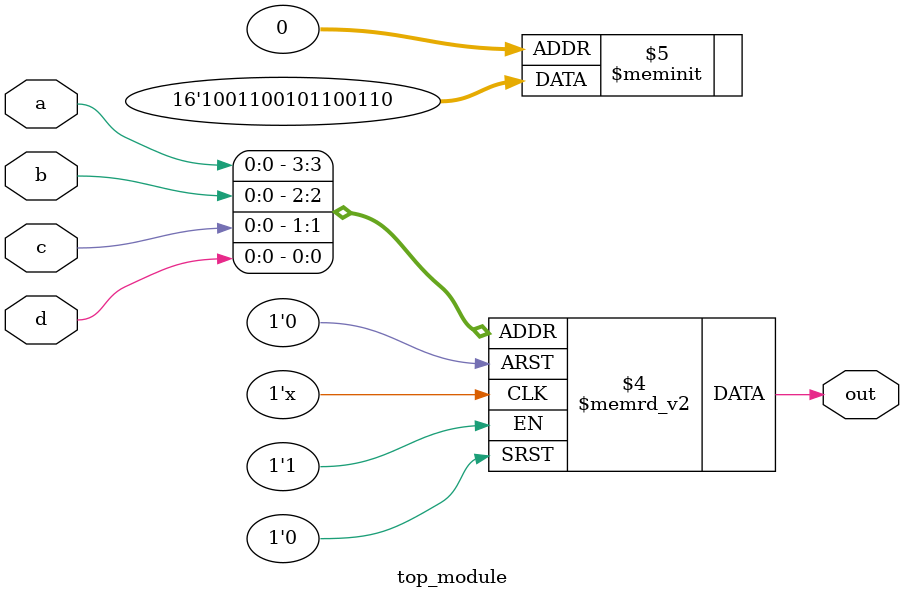
<source format=sv>
module top_module (
    input a, 
    input b,
    input c,
    input d,
    output reg out
);

    // Implement the circuit described by the Karnaugh map
    always @* begin
        case({a, b, c, d})
            4'b0000: out <= 0;
            4'b0001: out <= 1;
            4'b0010: out <= 1;
            4'b0011: out <= 0;
            4'b0100: out <= 0;
            4'b0101: out <= 1;
            4'b0110: out <= 1;
            4'b0111: out <= 0;
            4'b1000: out <= 1;
            4'b1001: out <= 0;
            4'b1010: out <= 0;
            4'b1011: out <= 1;
            4'b1100: out <= 1;
            4'b1101: out <= 0;
            4'b1110: out <= 0;
            4'b1111: out <= 1;
        endcase
    end

endmodule

</source>
